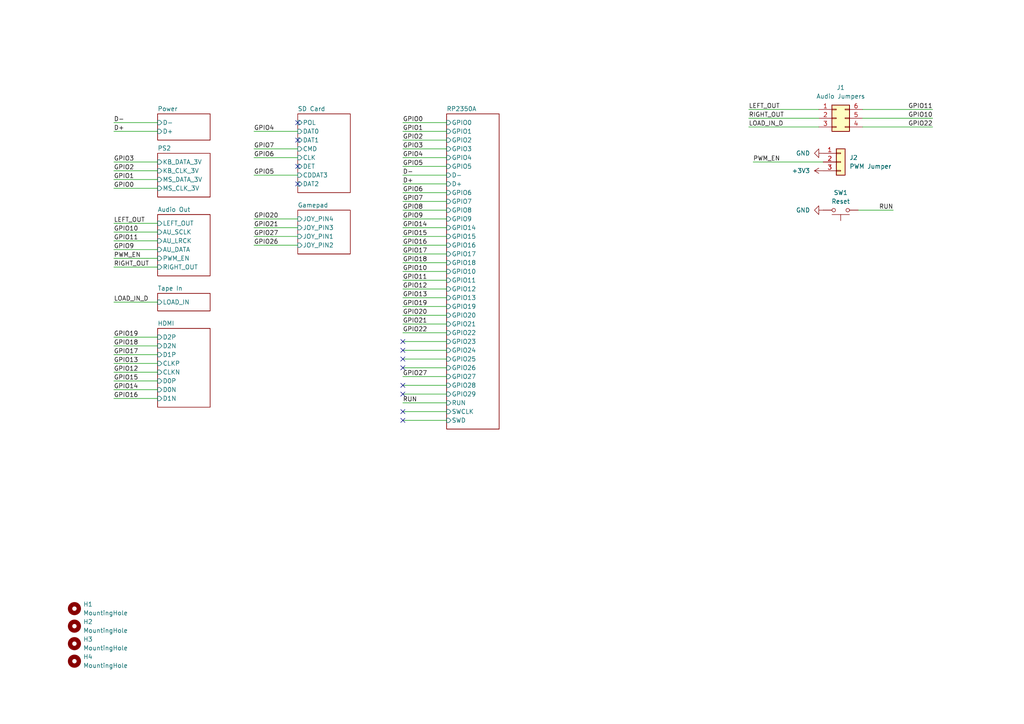
<source format=kicad_sch>
(kicad_sch (version 20231120) (generator "eeschema") (generator_version "8.0")
  (paper "A4")
  (title_block (title "Valera-2350A") (date "2025-01-30") (rev "1.0") (company "Mikhail Matveev") (comment 1 "https://github.com/xtremespb/frank"))
  (lib_symbols
    (symbol "Connector_Generic:Conn_01x03" (pin_names (offset 1.016) hide)
      (property "Reference" "J" (at 0 5.08 0))
      (property "Value" "Conn_01x03" (at 0 -5.08 0))
      (symbol "Conn_01x03_1_1"
        (rectangle (start -1.27 -2.413) (end 0 -2.667) (stroke (width 0.1524)))
        (rectangle (start -1.27 0.127) (end 0 -0.127) (stroke (width 0.1524)))
        (rectangle (start -1.27 2.667) (end 0 2.413) (stroke (width 0.1524)))
        (rectangle (start -1.27 3.81) (end 1.27 -3.81) (stroke (width 0.254)) (fill (type background)))
        (pin passive line (at -5.08 2.54 0) (length 3.81) (name "Pin_1") (number "1"))
        (pin passive line (at -5.08 0 0) (length 3.81) (name "Pin_2") (number "2"))
        (pin passive line (at -5.08 -2.54 0) (length 3.81) (name "Pin_3") (number "3"))
      )
    )
    (symbol "Connector_Generic:Conn_02x03_Counter_Clockwise" (pin_names (offset 1.016) hide)
      (property "Reference" "J" (at 1.27 5.08 0))
      (property "Value" "Conn_02x03_Counter_Clockwise" (at 1.27 -5.08 0))
      (symbol "Conn_02x03_Counter_Clockwise_1_1"
        (rectangle (start -1.27 -2.413) (end 0 -2.667) (stroke (width 0.1524)))
        (rectangle (start -1.27 0.127) (end 0 -0.127) (stroke (width 0.1524)))
        (rectangle (start -1.27 2.667) (end 0 2.413) (stroke (width 0.1524)))
        (rectangle (start -1.27 3.81) (end 3.81 -3.81) (stroke (width 0.254)) (fill (type background)))
        (rectangle (start 3.81 -2.413) (end 2.54 -2.667) (stroke (width 0.1524)))
        (rectangle (start 3.81 0.127) (end 2.54 -0.127) (stroke (width 0.1524)))
        (rectangle (start 3.81 2.667) (end 2.54 2.413) (stroke (width 0.1524)))
        (pin passive line (at -5.08 2.54 0) (length 3.81) (name "Pin_1") (number "1"))
        (pin passive line (at -5.08 0 0) (length 3.81) (name "Pin_2") (number "2"))
        (pin passive line (at -5.08 -2.54 0) (length 3.81) (name "Pin_3") (number "3"))
        (pin passive line (at 7.62 -2.54 180) (length 3.81) (name "Pin_4") (number "4"))
        (pin passive line (at 7.62 0 180) (length 3.81) (name "Pin_5") (number "5"))
        (pin passive line (at 7.62 2.54 180) (length 3.81) (name "Pin_6") (number "6"))
      )
    )
    (symbol "GND_1" (power) (pin_numbers hide) (pin_names (offset 0) hide)
      (property "Value" "GND" (at 0 -3.81 0))
      (symbol "GND_1_0_1"
        (polyline (pts (xy 0 0) (xy 0 -1.27) (xy 1.27 -1.27) (xy 0 -2.54) (xy -1.27 -1.27) (xy 0 -1.27)))
      )
      (symbol "GND_1_1_1"
        (pin power_in line (at 0 0 270) (length 0) (name "~") (number "1"))
      )
    )
    (symbol "Mechanical:MountingHole" (pin_names (offset 1.016)) (exclude_from_sim yes) (in_bom no)
      (property "Reference" "H" (at 0 5.08 0))
      (property "Value" "MountingHole" (at 0 3.175 0))
      (symbol "MountingHole_0_1"
        (circle (center 0 0) (radius 1.27) (stroke (width 1.27)))
      )
    )
    (symbol "Switch:SW_Push" (pin_numbers hide) (pin_names (offset 1.016) hide)
      (property "Reference" "SW" (at 1.27 2.54 0))
      (property "Value" "SW_Push" (at 0 -1.524 0))
      (symbol "SW_Push_0_1"
        (circle (center -2.032 0) (radius 0.508))
        (polyline (pts (xy 0 1.27) (xy 0 3.048)))
        (polyline (pts (xy 2.54 1.27) (xy -2.54 1.27)))
        (circle (center 2.032 0) (radius 0.508))
        (pin passive line (at -5.08 0 0) (length 2.54) (name "1") (number "1"))
        (pin passive line (at 5.08 0 180) (length 2.54) (name "2") (number "2"))
      )
    )
    (symbol "power:+3V3" (power) (pin_numbers hide) (pin_names (offset 0) hide)
      (property "Value" "+3V3" (at 0 3.556 0))
      (symbol "+3V3_0_1"
        (polyline (pts (xy -0.762 1.27) (xy 0 2.54)))
        (polyline (pts (xy 0 0) (xy 0 2.54)))
        (polyline (pts (xy 0 2.54) (xy 0.762 1.27)))
      )
      (symbol "+3V3_1_1"
        (pin power_in line (at 0 0 90) (length 0) (name "~") (number "1"))
      )
    )
    (symbol "power:GND" (power) (pin_numbers hide) (pin_names (offset 0) hide)
      (property "Value" "GND" (at 0 -3.81 0))
      (symbol "GND_0_1"
        (polyline (pts (xy 0 0) (xy 0 -1.27) (xy 1.27 -1.27) (xy 0 -2.54) (xy -1.27 -1.27) (xy 0 -1.27)))
      )
      (symbol "GND_1_1"
        (pin power_in line (at 0 0 270) (length 0) (name "~") (number "1"))
      )
    )
  )
  (no_connect (at 116.84 99.06))
  (no_connect (at 86.36 53.34))
  (no_connect (at 116.84 104.14))
  (no_connect (at 116.84 119.38))
  (no_connect (at 116.84 101.6))
  (no_connect (at 86.36 40.64))
  (no_connect (at 116.84 106.68))
  (no_connect (at 86.36 48.26))
  (no_connect (at 86.36 35.56))
  (no_connect (at 116.84 114.3))
  (no_connect (at 116.84 121.92))
  (no_connect (at 116.84 111.76))
  (wire (pts (xy 116.84 81.28) (xy 129.54 81.28)))
  (wire (pts (xy 116.84 38.1) (xy 129.54 38.1)))
  (wire (pts (xy 116.84 114.3) (xy 129.54 114.3)))
  (wire (pts (xy 116.84 60.96) (xy 129.54 60.96)))
  (wire (pts (xy 116.84 91.44) (xy 129.54 91.44)))
  (wire (pts (xy 218.44 46.99) (xy 238.76 46.99)))
  (wire (pts (xy 116.84 63.5) (xy 129.54 63.5)))
  (wire (pts (xy 33.02 115.57) (xy 45.72 115.57)))
  (wire (pts (xy 248.92 60.96) (xy 259.08 60.96)))
  (wire (pts (xy 33.02 54.61) (xy 45.72 54.61)))
  (wire (pts (xy 116.84 106.68) (xy 129.54 106.68)))
  (wire (pts (xy 33.02 110.49) (xy 45.72 110.49)))
  (wire (pts (xy 33.02 100.33) (xy 45.72 100.33)))
  (wire (pts (xy 33.02 46.99) (xy 45.72 46.99)))
  (wire (pts (xy 116.84 109.22) (xy 129.54 109.22)))
  (wire (pts (xy 33.02 97.79) (xy 45.72 97.79)))
  (wire (pts (xy 33.02 105.41) (xy 45.72 105.41)))
  (wire (pts (xy 116.84 50.8) (xy 129.54 50.8)))
  (wire (pts (xy 217.17 31.75) (xy 237.49 31.75)))
  (wire (pts (xy 73.66 43.18) (xy 86.36 43.18)))
  (wire (pts (xy 116.84 116.84) (xy 129.54 116.84)))
  (wire (pts (xy 217.17 36.83) (xy 237.49 36.83)))
  (wire (pts (xy 116.84 121.92) (xy 129.54 121.92)))
  (wire (pts (xy 33.02 38.1) (xy 45.72 38.1)))
  (wire (pts (xy 116.84 86.36) (xy 129.54 86.36)))
  (wire (pts (xy 116.84 101.6) (xy 129.54 101.6)))
  (wire (pts (xy 217.17 34.29) (xy 237.49 34.29)))
  (wire (pts (xy 116.84 48.26) (xy 129.54 48.26)))
  (wire (pts (xy 33.02 49.53) (xy 45.72 49.53)))
  (wire (pts (xy 116.84 96.52) (xy 129.54 96.52)))
  (wire (pts (xy 116.84 35.56) (xy 129.54 35.56)))
  (wire (pts (xy 73.66 68.58) (xy 86.36 68.58)))
  (wire (pts (xy 116.84 76.2) (xy 129.54 76.2)))
  (wire (pts (xy 250.19 34.29) (xy 270.51 34.29)))
  (wire (pts (xy 116.84 55.88) (xy 129.54 55.88)))
  (wire (pts (xy 33.02 35.56) (xy 45.72 35.56)))
  (wire (pts (xy 33.02 102.87) (xy 45.72 102.87)))
  (wire (pts (xy 116.84 93.98) (xy 129.54 93.98)))
  (wire (pts (xy 33.02 113.03) (xy 45.72 113.03)))
  (wire (pts (xy 33.02 72.39) (xy 45.72 72.39)))
  (wire (pts (xy 73.66 63.5) (xy 86.36 63.5)))
  (wire (pts (xy 116.84 45.72) (xy 129.54 45.72)))
  (wire (pts (xy 33.02 64.77) (xy 45.72 64.77)))
  (wire (pts (xy 116.84 58.42) (xy 129.54 58.42)))
  (wire (pts (xy 250.19 36.83) (xy 270.51 36.83)))
  (wire (pts (xy 73.66 38.1) (xy 86.36 38.1)))
  (wire (pts (xy 73.66 66.04) (xy 86.36 66.04)))
  (wire (pts (xy 116.84 53.34) (xy 129.54 53.34)))
  (wire (pts (xy 116.84 88.9) (xy 129.54 88.9)))
  (wire (pts (xy 116.84 43.18) (xy 129.54 43.18)))
  (wire (pts (xy 33.02 87.63) (xy 45.72 87.63)))
  (wire (pts (xy 116.84 104.14) (xy 129.54 104.14)))
  (wire (pts (xy 116.84 68.58) (xy 129.54 68.58)))
  (wire (pts (xy 116.84 40.64) (xy 129.54 40.64)))
  (wire (pts (xy 116.84 99.06) (xy 129.54 99.06)))
  (wire (pts (xy 33.02 107.95) (xy 45.72 107.95)))
  (wire (pts (xy 116.84 119.38) (xy 129.54 119.38)))
  (wire (pts (xy 33.02 77.47) (xy 45.72 77.47)))
  (wire (pts (xy 33.02 69.85) (xy 45.72 69.85)))
  (wire (pts (xy 33.02 67.31) (xy 45.72 67.31)))
  (wire (pts (xy 73.66 71.12) (xy 86.36 71.12)))
  (wire (pts (xy 270.51 31.75) (xy 250.19 31.75)))
  (wire (pts (xy 33.02 52.07) (xy 45.72 52.07)))
  (wire (pts (xy 116.84 71.12) (xy 129.54 71.12)))
  (wire (pts (xy 73.66 50.8) (xy 86.36 50.8)))
  (wire (pts (xy 33.02 74.93) (xy 45.72 74.93)))
  (wire (pts (xy 116.84 66.04) (xy 129.54 66.04)))
  (wire (pts (xy 116.84 73.66) (xy 129.54 73.66)))
  (wire (pts (xy 73.66 45.72) (xy 86.36 45.72)))
  (wire (pts (xy 116.84 111.76) (xy 129.54 111.76)))
  (wire (pts (xy 116.84 83.82) (xy 129.54 83.82)))
  (wire (pts (xy 116.84 78.74) (xy 129.54 78.74)))
  (label "GPIO6" (at 73.66 45.72 0))
  (label "GPIO8" (at 116.84 60.96 0))
  (label "GPIO19" (at 116.84 88.9 0))
  (label "GPIO26" (at 73.66 71.12 0))
  (label "GPIO16" (at 116.84 71.12 0))
  (label "D+" (at 33.02 38.1 0))
  (label "GPIO9" (at 116.84 63.5 0))
  (label "GPIO5" (at 116.84 48.26 0))
  (label "GPIO18" (at 33.02 100.33 0))
  (label "GPIO12" (at 116.84 83.82 0))
  (label "RUN" (at 116.84 116.84 0))
  (label "GPIO13" (at 33.02 105.41 0))
  (label "GPIO11" (at 270.51 31.75 180))
  (label "LEFT_OUT" (at 217.17 31.75 0))
  (label "RIGHT_OUT" (at 33.02 77.47 0))
  (label "GPIO18" (at 116.84 76.2 0))
  (label "GPIO11" (at 116.84 81.28 0))
  (label "GPIO16" (at 33.02 115.57 0))
  (label "GPIO21" (at 116.84 93.98 0))
  (label "GPIO5" (at 73.66 50.8 0))
  (label "GPIO15" (at 116.84 68.58 0))
  (label "GPIO4" (at 73.66 38.1 0))
  (label "GPIO27" (at 116.84 109.22 0))
  (label "PWM_EN" (at 33.02 74.93 0))
  (label "LOAD_IN_D" (at 33.02 87.63 0))
  (label "GPIO22" (at 270.51 36.83 180))
  (label "GPIO15" (at 33.02 110.49 0))
  (label "GPIO14" (at 116.84 66.04 0))
  (label "GPIO13" (at 116.84 86.36 0))
  (label "GPIO4" (at 116.84 45.72 0))
  (label "GPIO3" (at 33.02 46.99 0))
  (label "GPIO14" (at 33.02 113.03 0))
  (label "GPIO0" (at 116.84 35.56 0))
  (label "GPIO7" (at 73.66 43.18 0))
  (label "GPIO12" (at 33.02 107.95 0))
  (label "GPIO17" (at 33.02 102.87 0))
  (label "PWM_EN" (at 218.44 46.99 0))
  (label "GPIO3" (at 116.84 43.18 0))
  (label "LEFT_OUT" (at 33.02 64.77 0))
  (label "GPIO27" (at 73.66 68.58 0))
  (label "GPIO10" (at 270.51 34.29 180))
  (label "GPIO20" (at 116.84 91.44 0))
  (label "GPIO1" (at 116.84 38.1 0))
  (label "GPIO7" (at 116.84 58.42 0))
  (label "GPIO10" (at 116.84 78.74 0))
  (label "GPIO1" (at 33.02 52.07 0))
  (label "RUN" (at 259.08 60.96 180))
  (label "RIGHT_OUT" (at 217.17 34.29 0))
  (label "GPIO20" (at 73.66 63.5 0))
  (label "D-" (at 33.02 35.56 0))
  (label "GPIO11" (at 33.02 69.85 0))
  (label "GPIO21" (at 73.66 66.04 0))
  (label "D+" (at 116.84 53.34 0))
  (label "GPIO17" (at 116.84 73.66 0))
  (label "GPIO9" (at 33.02 72.39 0))
  (label "GPIO19" (at 33.02 97.79 0))
  (label "GPIO10" (at 33.02 67.31 0))
  (label "GPIO2" (at 116.84 40.64 0))
  (label "GPIO2" (at 33.02 49.53 0))
  (label "D-" (at 116.84 50.8 0))
  (label "LOAD_IN_D" (at 217.17 36.83 0))
  (label "GPIO6" (at 116.84 55.88 0))
  (label "GPIO22" (at 116.84 96.52 0))
  (label "GPIO0" (at 33.02 54.61 0))
  (symbol (lib_id "power:GND") (at 238.76 44.45 270) (unit 1)
    (property "Reference" "#PWR01" (effects (hide yes)))
    (property "Value" "GND" (at 234.95 44.4499 90) (effects (justify right)))
    (property "Description" "Power symbol creates a global label with name \"GND\" , ground" (effects (hide yes)))
  )
  (symbol (lib_id "Connector_Generic:Conn_01x03") (at 243.84 46.99 0) (unit 1)
    (property "Reference" "J2" (at 246.38 45.7199 0) (effects (justify left)))
    (property "Value" "PWM Jumper" (at 246.38 48.2599 0) (effects (justify left)))
    (property "Footprint" "FRANK:Pin Header (1x03)" (effects (hide yes)))
    (property "Description" "Generic connector, single row, 01x03, script generated (kicad-library-utils/schlib/autogen/connector/)" (effects (hide yes)))
  )
  (symbol (lib_name "GND_1") (lib_id "power:GND") (at 238.76 60.96 270) (unit 1)
    (property "Reference" "#PWR03" (effects (hide yes)))
    (property "Value" "GND" (at 234.95 60.9599 90) (effects (justify right)))
    (property "Description" "Power symbol creates a global label with name \"GND\" , ground" (effects (hide yes)))
  )
  (symbol (lib_id "Connector_Generic:Conn_02x03_Counter_Clockwise") (at 242.57 34.29 0) (unit 1)
    (property "Reference" "J1" (at 243.84 25.4 0))
    (property "Value" "Audio Jumpers" (at 243.84 27.94 0))
    (property "Footprint" "FRANK:Pin Header (2x03)" (effects (hide yes)))
    (property "Description" "Generic connector, double row, 02x03, counter clockwise pin numbering scheme (similar to DIP package numbering), script generated (kicad-library-utils/schlib/autogen/connector/)" (effects (hide yes)))
  )
  (symbol (lib_id "power:+3V3") (at 238.76 49.53 90) (unit 1)
    (property "Reference" "#PWR02" (effects (hide yes)))
    (property "Value" "+3V3" (at 234.95 49.5299 90) (effects (justify left)))
    (property "Description" "Power symbol creates a global label with name \"+3V3\"" (effects (hide yes)))
  )
  (symbol (lib_id "Switch:SW_Push") (at 243.84 60.96 180) (unit 1)
    (property "Reference" "SW1" (at 243.84 55.88 0))
    (property "Value" "Reset" (at 243.84 58.42 0))
    (property "Footprint" "FRANK:Button (SMD, 3x3mm, 1-1)" (effects (hide yes)))
  )
  (symbol (lib_id "Mechanical:MountingHole") (at 21.59 186.69 0) (unit 1) (exclude_from_sim yes) (in_bom no)
    (property "Reference" "H3" (at 24.13 185.4199 0) (effects (justify left)))
    (property "Value" "MountingHole" (at 24.13 187.9599 0) (effects (justify left)))
    (property "Footprint" "FRANK:Mounting Hole (2.7mm)" (effects (hide yes)))
    (property "Description" "Mounting Hole without connection" (effects (hide yes)))
  )
  (symbol (lib_id "Mechanical:MountingHole") (at 21.59 181.61 0) (unit 1) (exclude_from_sim yes) (in_bom no)
    (property "Reference" "H2" (at 24.13 180.3399 0) (effects (justify left)))
    (property "Value" "MountingHole" (at 24.13 182.8799 0) (effects (justify left)))
    (property "Footprint" "FRANK:Mounting Hole (2.7mm)" (effects (hide yes)))
    (property "Description" "Mounting Hole without connection" (effects (hide yes)))
  )
  (symbol (lib_id "Mechanical:MountingHole") (at 21.59 191.77 0) (unit 1) (exclude_from_sim yes) (in_bom no)
    (property "Reference" "H4" (at 24.13 190.4999 0) (effects (justify left)))
    (property "Value" "MountingHole" (at 24.13 193.0399 0) (effects (justify left)))
    (property "Footprint" "FRANK:Mounting Hole (2.7mm)" (effects (hide yes)))
    (property "Description" "Mounting Hole without connection" (effects (hide yes)))
  )
  (symbol (lib_id "Mechanical:MountingHole") (at 21.59 176.53 0) (unit 1) (exclude_from_sim yes) (in_bom no)
    (property "Reference" "H1" (at 24.13 175.2599 0) (effects (justify left)))
    (property "Value" "MountingHole" (at 24.13 177.7999 0) (effects (justify left)))
    (property "Footprint" "FRANK:Mounting Hole (2.7mm)" (effects (hide yes)))
    (property "Description" "Mounting Hole without connection" (effects (hide yes)))
  )
  (sheet (at 45.72 44.45) (size 15.24 12.7) (stroke (width 0.1524))
    (property "Sheetname" "PS2" (at 45.72 43.7384 0) (effects (justify left bottom)))
    (property "Sheetfile" "ps2.kicad_sch" (effects (hide yes)))
    (pin "KB_DATA_3V" input (at 45.72 46.99 180))
    (pin "KB_CLK_3V" input (at 45.72 49.53 180))
    (pin "MS_DATA_3V" input (at 45.72 52.07 180))
    (pin "MS_CLK_3V" input (at 45.72 54.61 180))
  )
  (sheet (at 45.72 95.25) (size 15.24 22.86) (stroke (width 0.1524))
    (property "Sheetname" "HDMI" (at 45.72 94.5384 0) (effects (justify left bottom)))
    (property "Sheetfile" "hdmi.kicad_sch" (effects (hide yes)))
    (pin "D2P" input (at 45.72 97.79 180))
    (pin "D2N" input (at 45.72 100.33 180))
    (pin "D1P" input (at 45.72 102.87 180))
    (pin "CLKP" input (at 45.72 105.41 180))
    (pin "CLKN" input (at 45.72 107.95 180))
    (pin "D0P" input (at 45.72 110.49 180))
    (pin "D0N" input (at 45.72 113.03 180))
    (pin "D1N" input (at 45.72 115.57 180))
  )
  (sheet (at 86.36 33.02) (size 15.24 22.86) (stroke (width 0.1524))
    (property "Sheetname" "SD Card" (at 86.36 32.3084 0) (effects (justify left bottom)))
    (property "Sheetfile" "sd.kicad_sch" (effects (hide yes)))
    (pin "POL" input (at 86.36 35.56 180))
    (pin "DAT0" input (at 86.36 38.1 180))
    (pin "DAT1" input (at 86.36 40.64 180))
    (pin "CMD" input (at 86.36 43.18 180))
    (pin "CLK" input (at 86.36 45.72 180))
    (pin "DET" input (at 86.36 48.26 180))
    (pin "CDDAT3" input (at 86.36 50.8 180))
    (pin "DAT2" input (at 86.36 53.34 180))
  )
  (sheet (at 45.72 85.09) (size 15.24 5.08) (stroke (width 0.1524))
    (property "Sheetname" "Tape In" (at 45.72 84.3784 0) (effects (justify left bottom)))
    (property "Sheetfile" "tape.kicad_sch" (effects (hide yes)))
    (pin "LOAD_IN" input (at 45.72 87.63 180))
  )
  (sheet (at 45.72 62.23) (size 15.24 17.78) (stroke (width 0.1524))
    (property "Sheetname" "Audio Out" (at 45.72 61.5184 0) (effects (justify left bottom)))
    (property "Sheetfile" "audio_out.kicad_sch" (effects (hide yes)))
    (pin "LEFT_OUT" input (at 45.72 64.77 180))
    (pin "AU_SCLK" input (at 45.72 67.31 180))
    (pin "AU_LRCK" input (at 45.72 69.85 180))
    (pin "AU_DATA" input (at 45.72 72.39 180))
    (pin "PWM_EN" input (at 45.72 74.93 180))
    (pin "RIGHT_OUT" input (at 45.72 77.47 180))
  )
  (sheet (at 45.72 33.02) (size 15.24 7.62) (stroke (width 0.1524))
    (property "Sheetname" "Power" (at 45.72 32.3084 0) (effects (justify left bottom)))
    (property "Sheetfile" "power.kicad_sch" (effects (hide yes)))
    (pin "D-" input (at 45.72 35.56 180))
    (pin "D+" input (at 45.72 38.1 180))
  )
  (sheet (at 129.54 33.02) (size 15.24 91.44) (stroke (width 0.1524))
    (property "Sheetname" "RP2350A" (at 129.54 32.3084 0) (effects (justify left bottom)))
    (property "Sheetfile" "rp2350a.kicad_sch" (effects (hide yes)))
    (pin "GPIO0" input (at 129.54 35.56 180))
    (pin "GPIO1" input (at 129.54 38.1 180))
    (pin "GPIO2" input (at 129.54 40.64 180))
    (pin "GPIO3" input (at 129.54 43.18 180))
    (pin "GPIO4" input (at 129.54 45.72 180))
    (pin "GPIO5" input (at 129.54 48.26 180))
    (pin "D-" input (at 129.54 50.8 180))
    (pin "D+" input (at 129.54 53.34 180))
    (pin "GPIO6" input (at 129.54 55.88 180))
    (pin "GPIO7" input (at 129.54 58.42 180))
    (pin "GPIO8" input (at 129.54 60.96 180))
    (pin "GPIO9" input (at 129.54 63.5 180))
    (pin "GPIO14" input (at 129.54 66.04 180))
    (pin "GPIO15" input (at 129.54 68.58 180))
    (pin "GPIO16" input (at 129.54 71.12 180))
    (pin "GPIO17" input (at 129.54 73.66 180))
    (pin "GPIO18" input (at 129.54 76.2 180))
    (pin "GPIO10" input (at 129.54 78.74 180))
    (pin "GPIO11" input (at 129.54 81.28 180))
    (pin "GPIO12" input (at 129.54 83.82 180))
    (pin "GPIO13" input (at 129.54 86.36 180))
    (pin "GPIO19" input (at 129.54 88.9 180))
    (pin "GPIO20" input (at 129.54 91.44 180))
    (pin "GPIO21" input (at 129.54 93.98 180))
    (pin "GPIO22" input (at 129.54 96.52 180))
    (pin "GPIO23" input (at 129.54 99.06 180))
    (pin "GPIO24" input (at 129.54 101.6 180))
    (pin "GPIO25" input (at 129.54 104.14 180))
    (pin "GPIO26" input (at 129.54 106.68 180))
    (pin "GPIO27" input (at 129.54 109.22 180))
    (pin "GPIO28" input (at 129.54 111.76 180))
    (pin "GPIO29" input (at 129.54 114.3 180))
    (pin "RUN" input (at 129.54 116.84 180))
    (pin "SWCLK" input (at 129.54 119.38 180))
    (pin "SWD" input (at 129.54 121.92 180))
  )
  (sheet (at 86.36 60.96) (size 15.24 12.7) (stroke (width 0.1524))
    (property "Sheetname" "Gamepad" (at 86.36 60.2484 0) (effects (justify left bottom)))
    (property "Sheetfile" "gamepad.kicad_sch" (effects (hide yes)))
    (pin "JOY_PIN4" input (at 86.36 63.5 180))
    (pin "JOY_PIN3" input (at 86.36 66.04 180))
    (pin "JOY_PIN1" input (at 86.36 68.58 180))
    (pin "JOY_PIN2" input (at 86.36 71.12 180))
  )
)
</source>
